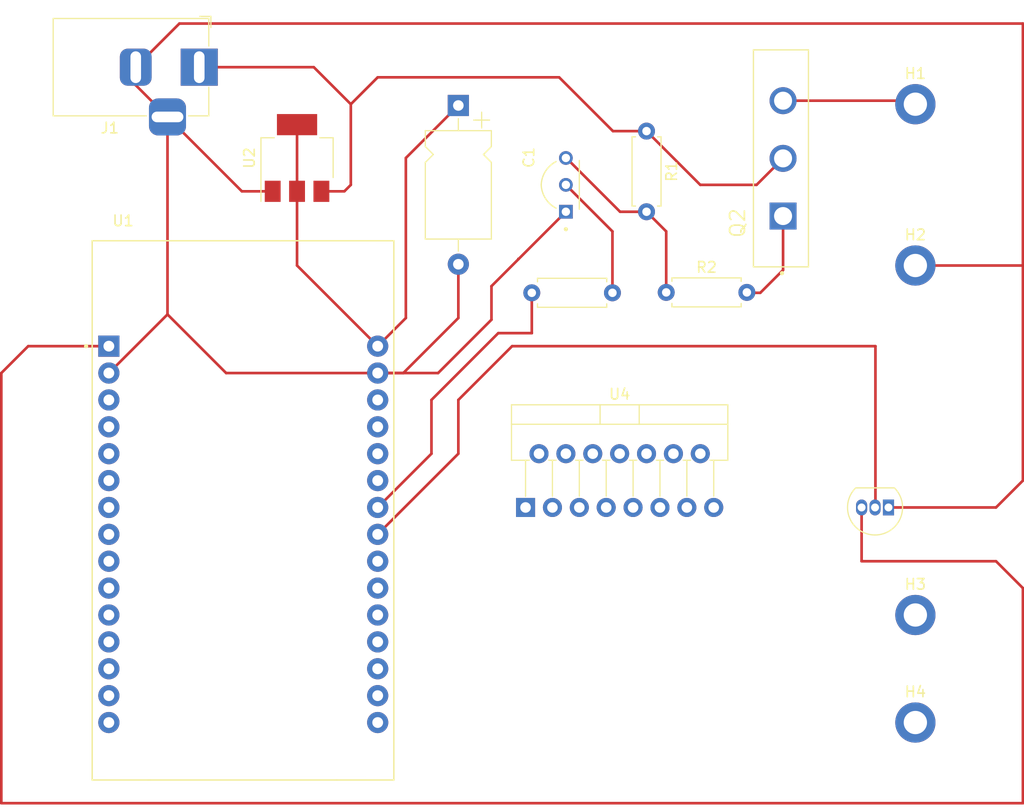
<source format=kicad_pcb>
(kicad_pcb (version 20221018) (generator pcbnew)
  (layers (0 "F.Cu" signal) (31 "B.Cu" signal) (34 "B.Paste" user) (35 "F.Paste" user) (36 "B.SilkS" user "B.Silkscreen") (37 "F.SilkS" user "F.Silkscreen") (38 "B.Mask" user) (39 "F.Mask" user) (44 "Edge.Cuts" user))
  (net 0 "")
  (net 1 "Net-(U2-VI)")
  (net 2 "Net-(Q1-Pad2)")
  (net 3 "Net-(Q1-Pad3)")
  (net 4 "Net-(Q2-Pad1)")
  (net 15 "Net-(U1-VIN)")
  (net 27 "Net-(U1-3V3)")
  (net 28 "Net-(H1-Pad1)")
  (net 29 "GND")
  (net 30 "Hot")
  (net 47 "Net-(U1-D25)")
  (net 48 "Net-(U4-OUT1)")
  (net 49 "Net-(U4-OUT2)")
  (footprint "2N2222A:TO92254P470H750-3" (layer "F.Cu") (at 86.57 58.42 90)
    (fp_text reference "Q1" hide)
    (fp_text value "2N2222A")
    (fp_line (start -2.3 3.6) (end 2.3 3.6) (stroke (width 0.127)) (layer "F.SilkS"))
    (fp_arc (start -2.2 1.4) (mid -1.287564 0.405256) (end 0 0) (stroke (width 0.127)) (layer "F.SilkS"))
    (fp_arc (start 0 0) (mid 1.287564 0.405256) (end 2.2 1.4) (stroke (width 0.127)) (layer "F.SilkS"))
    (fp_circle (center -4.189 2.33) (end -4.089 2.33) (stroke (width 0.2)) (fill none) (layer "F.SilkS"))
    (pad "1" thru_hole rect (at -2.54 2.33 90) (size 1.298 1.298) (drill 0.79) (layers "*.Cu" "*.Mask") (net 29 "GND"))
    (pad "2" thru_hole circle (at 0 2.33 90) (size 1.298 1.298) (drill 0.79) (layers "*.Cu" "*.Mask") (net 2 "Net-(Q1-Pad2)"))
    (pad "3" thru_hole circle (at 2.54 2.33 90) (size 1.298 1.298) (drill 0.79) (layers "*.Cu" "*.Mask") (net 3 "Net-(Q1-Pad3)"))
  )
  (footprint "Capacitor_THT:CP_Axial_L10.0mm_D6.0mm_P15.00mm_Horizontal" (layer "F.Cu") (at 78.74 50.92 -90)
    (fp_text reference "C1" (at 4.920674 -6.66 90) (layer "F.SilkS"))
    (fp_text value "C_Polarized_Small_US")
    (fp_line (start 0.63 -2.2) (end 2.13 -2.2) (stroke (width 0.12)) (layer "F.SilkS"))
    (fp_line (start 1.24 0) (end 2.38 0) (stroke (width 0.12)) (layer "F.SilkS"))
    (fp_line (start 1.38 -2.95) (end 1.38 -1.45) (stroke (width 0.12)) (layer "F.SilkS"))
    (fp_line (start 2.38 -3.12) (end 2.38 3.12) (stroke (width 0.12)) (layer "F.SilkS"))
    (fp_line (start 2.38 -3.12) (end 3.88 -3.12) (stroke (width 0.12)) (layer "F.SilkS"))
    (fp_line (start 2.38 3.12) (end 3.88 3.12) (stroke (width 0.12)) (layer "F.SilkS"))
    (fp_line (start 3.88 -3.12) (end 4.63 -2.37) (stroke (width 0.12)) (layer "F.SilkS"))
    (fp_line (start 3.88 3.12) (end 4.63 2.37) (stroke (width 0.12)) (layer "F.SilkS"))
    (fp_line (start 4.63 -2.37) (end 5.38 -3.12) (stroke (width 0.12)) (layer "F.SilkS"))
    (fp_line (start 4.63 2.37) (end 5.38 3.12) (stroke (width 0.12)) (layer "F.SilkS"))
    (fp_line (start 5.38 -3.12) (end 12.62 -3.12) (stroke (width 0.12)) (layer "F.SilkS"))
    (fp_line (start 5.38 3.12) (end 12.62 3.12) (stroke (width 0.12)) (layer "F.SilkS"))
    (fp_line (start 12.62 -3.12) (end 12.62 3.12) (stroke (width 0.12)) (layer "F.SilkS"))
    (fp_line (start 13.76 0) (end 12.62 0) (stroke (width 0.12)) (layer "F.SilkS"))
    (pad "1" thru_hole rect (at 0 0 270) (size 2 2) (drill 1) (layers "*.Cu" "*.Mask") (net 15 "Net-(U1-VIN)"))
    (pad "2" thru_hole oval (at 15 0 270) (size 2 2) (drill 1) (layers "*.Cu" "*.Mask") (net 29 "GND"))
  )
  (footprint "Package_TO_SOT_SMD:SOT-223-3_TabPin2" (layer "F.Cu") (at 63.5 55.88 90)
    (fp_text reference "U2" (at 0 -4.5 90) (layer "F.SilkS"))
    (fp_text value "AMS1117")
    (fp_line (start -4.1 -3.41) (end 1.91 -3.41) (stroke (width 0.12)) (layer "F.SilkS"))
    (fp_line (start -1.85 3.41) (end 1.91 3.41) (stroke (width 0.12)) (layer "F.SilkS"))
    (fp_line (start 1.91 -3.41) (end 1.91 -2.15) (stroke (width 0.12)) (layer "F.SilkS"))
    (fp_line (start 1.91 3.41) (end 1.91 2.15) (stroke (width 0.12)) (layer "F.SilkS"))
    (pad "1" smd rect (at -3.15 -2.3 90) (size 2 1.5) (layers "F.Cu" "F.Paste" "F.Mask") (net 29 "GND"))
    (pad "2" smd rect (at -3.15 0 90) (size 2 1.5) (layers "F.Cu" "F.Paste" "F.Mask") (net 15 "Net-(U1-VIN)"))
    (pad "2" smd rect (at 3.15 0 90) (size 2 3.8) (layers "F.Cu" "F.Paste" "F.Mask") (net 15 "Net-(U1-VIN)"))
    (pad "3" smd rect (at -3.15 2.3 90) (size 2 1.5) (layers "F.Cu" "F.Paste" "F.Mask") (net 1 "Net-(U2-VI)"))
  )
  (footprint "2SA1943-O_Q__2SC5200-O_Q_:TO545P2050X520X2900-3" (layer "F.Cu") (at 109.42 61.367529 90)
    (fp_text reference "Q2" (at -0.655815 -4.294245 90) (layer "F.SilkS") (effects (font (size 1.401709 1.401709))))
    (fp_text value "2SA1943")
    (fp_line (start -4.8 -2.8) (end 15.7 -2.8) (stroke (width 0.127)) (layer "F.SilkS"))
    (fp_line (start -4.8 2.4) (end -4.8 -2.8) (stroke (width 0.127)) (layer "F.SilkS"))
    (fp_line (start 15.7 -2.8) (end 15.7 2.4) (stroke (width 0.127)) (layer "F.SilkS"))
    (fp_line (start 15.7 2.4) (end -4.8 2.4) (stroke (width 0.127)) (layer "F.SilkS"))
    (fp_circle (center -5.4 -0.1) (end -5.3 -0.1) (stroke (width 0.2)) (fill none) (layer "F.SilkS"))
    (pad "1" thru_hole rect (at 0 0 90) (size 2.55 2.55) (drill 1.7) (layers "*.Cu" "*.Mask") (net 4 "Net-(Q2-Pad1)"))
    (pad "2" thru_hole circle (at 5.45 0 90) (size 2.55 2.55) (drill 1.7) (layers "*.Cu" "*.Mask") (net 1 "Net-(U2-VI)"))
    (pad "3" thru_hole circle (at 10.9 0 90) (size 2.55 2.55) (drill 1.7) (layers "*.Cu" "*.Mask") (net 28 "Net-(H1-Pad1)"))
  )
  (footprint "Package_TO_SOT_THT:TO-220-15_P2.54x2.54mm_StaggerOdd_Lead4.58mm_Vertical" (layer "F.Cu") (at 85.09 88.9)
    (fp_text reference "U4" (at 8.89 -10.7) (layer "F.SilkS"))
    (fp_text value "L298N")
    (fp_line (start -1.33 -9.7) (end -1.33 -4.459) (stroke (width 0.12)) (layer "F.SilkS"))
    (fp_line (start -1.33 -9.7) (end 19.11 -9.7) (stroke (width 0.12)) (layer "F.SilkS"))
    (fp_line (start -1.33 -7.86) (end 19.11 -7.86) (stroke (width 0.12)) (layer "F.SilkS"))
    (fp_line (start -1.33 -4.459) (end 0.346 -4.459) (stroke (width 0.12)) (layer "F.SilkS"))
    (fp_line (start 0 -4.459) (end 0 -1.05) (stroke (width 0.12)) (layer "F.SilkS"))
    (fp_line (start 2.195 -4.459) (end 2.886 -4.459) (stroke (width 0.12)) (layer "F.SilkS"))
    (fp_line (start 2.54 -4.459) (end 2.54 -1.065) (stroke (width 0.12)) (layer "F.SilkS"))
    (fp_line (start 4.735 -4.459) (end 5.426 -4.459) (stroke (width 0.12)) (layer "F.SilkS"))
    (fp_line (start 5.08 -4.459) (end 5.08 -1.065) (stroke (width 0.12)) (layer "F.SilkS"))
    (fp_line (start 7.041 -9.7) (end 7.041 -7.86) (stroke (width 0.12)) (layer "F.SilkS"))
    (fp_line (start 7.275 -4.459) (end 7.966 -4.459) (stroke (width 0.12)) (layer "F.SilkS"))
    (fp_line (start 7.62 -4.459) (end 7.62 -1.065) (stroke (width 0.12)) (layer "F.SilkS"))
    (fp_line (start 9.815 -4.459) (end 10.506 -4.459) (stroke (width 0.12)) (layer "F.SilkS"))
    (fp_line (start 10.16 -4.459) (end 10.16 -1.065) (stroke (width 0.12)) (layer "F.SilkS"))
    (fp_line (start 10.74 -9.7) (end 10.74 -7.86) (stroke (width 0.12)) (layer "F.SilkS"))
    (fp_line (start 12.355 -4.459) (end 13.046 -4.459) (stroke (width 0.12)) (layer "F.SilkS"))
    (fp_line (start 12.7 -4.459) (end 12.7 -1.065) (stroke (width 0.12)) (layer "F.SilkS"))
    (fp_line (start 14.895 -4.459) (end 15.586 -4.459) (stroke (width 0.12)) (layer "F.SilkS"))
    (fp_line (start 15.24 -4.459) (end 15.24 -1.065) (stroke (width 0.12)) (layer "F.SilkS"))
    (fp_line (start 17.435 -4.459) (end 19.11 -4.459) (stroke (width 0.12)) (layer "F.SilkS"))
    (fp_line (start 17.78 -4.459) (end 17.78 -1.065) (stroke (width 0.12)) (layer "F.SilkS"))
    (fp_line (start 19.11 -9.7) (end 19.11 -4.459) (stroke (width 0.12)) (layer "F.SilkS"))
    (pad "1" thru_hole rect (at 0 0) (size 1.8 1.8) (drill 1) (layers "*.Cu" "*.Mask"))
    (pad "2" thru_hole oval (at 1.27 -5.08) (size 1.8 1.8) (drill 1) (layers "*.Cu" "*.Mask") (net 48 "Net-(U4-OUT1)"))
    (pad "3" thru_hole oval (at 2.54 0) (size 1.8 1.8) (drill 1) (layers "*.Cu" "*.Mask") (net 49 "Net-(U4-OUT2)"))
    (pad "4" thru_hole oval (at 3.81 -5.08) (size 1.8 1.8) (drill 1) (layers "*.Cu" "*.Mask"))
    (pad "5" thru_hole oval (at 5.08 0) (size 1.8 1.8) (drill 1) (layers "*.Cu" "*.Mask"))
    (pad "6" thru_hole oval (at 6.35 -5.08) (size 1.8 1.8) (drill 1) (layers "*.Cu" "*.Mask"))
    (pad "7" thru_hole oval (at 7.62 0) (size 1.8 1.8) (drill 1) (layers "*.Cu" "*.Mask"))
    (pad "8" thru_hole oval (at 8.89 -5.08) (size 1.8 1.8) (drill 1) (layers "*.Cu" "*.Mask"))
    (pad "9" thru_hole oval (at 10.16 0) (size 1.8 1.8) (drill 1) (layers "*.Cu" "*.Mask"))
    (pad "10" thru_hole oval (at 11.43 -5.08) (size 1.8 1.8) (drill 1) (layers "*.Cu" "*.Mask"))
    (pad "11" thru_hole oval (at 12.7 0) (size 1.8 1.8) (drill 1) (layers "*.Cu" "*.Mask"))
    (pad "12" thru_hole oval (at 13.97 -5.08) (size 1.8 1.8) (drill 1) (layers "*.Cu" "*.Mask"))
    (pad "13" thru_hole oval (at 15.24 0) (size 1.8 1.8) (drill 1) (layers "*.Cu" "*.Mask"))
    (pad "14" thru_hole oval (at 16.51 -5.08) (size 1.8 1.8) (drill 1) (layers "*.Cu" "*.Mask"))
    (pad "15" thru_hole oval (at 17.78 0) (size 1.8 1.8) (drill 1) (layers "*.Cu" "*.Mask"))
  )
  (footprint "Package_TO_SOT_THT:TO-92_Inline" (layer "F.Cu") (at 119.38 88.9 180)
    (fp_text reference "U3" hide)
    (fp_text value "DS18B20")
    (fp_line (start -0.53 1.85) (end 3.07 1.85) (stroke (width 0.12)) (layer "F.SilkS"))
    (fp_arc (start -0.568478 1.838478) (mid -1.132087 -0.994977) (end 1.27 -2.6) (stroke (width 0.12)) (layer "F.SilkS"))
    (fp_arc (start 1.27 -2.6) (mid 3.672087 -0.994977) (end 3.108478 1.838478) (stroke (width 0.12)) (layer "F.SilkS"))
    (pad "1" thru_hole rect (at 0 0 180) (size 1.05 1.5) (drill 0.75) (layers "*.Cu" "*.Mask") (net 29 "GND"))
    (pad "2" thru_hole oval (at 1.27 0 180) (size 1.05 1.5) (drill 0.75) (layers "*.Cu" "*.Mask") (net 47 "Net-(U1-D25)"))
    (pad "3" thru_hole oval (at 2.54 0 180) (size 1.05 1.5) (drill 0.75) (layers "*.Cu" "*.Mask") (net 27 "Net-(U1-3V3)"))
  )
  (footprint "MountingHole:MountingHole_2.2mm_M2_DIN965_Pad_TopBottom" (layer "F.Cu") (at 121.92 109.22)
    (fp_text reference "H4" (at 0 -2.9) (layer "F.SilkS"))
    (fp_text value "~")
    (pad "1" thru_hole circle (at 0 0) (size 2.6 2.6) (drill 2.2) (layers "*.Cu" "*.Mask") (net 49 "Net-(U4-OUT2)"))
    (pad "1" connect circle (at 0 0) (size 3.8 3.8) (layers "F.Cu" "F.Mask") (net 49 "Net-(U4-OUT2)"))
    (pad "1" connect circle (at 0 0) (size 3.8 3.8) (layers "B.Cu" "B.Mask") (net 49 "Net-(U4-OUT2)"))
  )
  (footprint "Connector_BarrelJack:BarrelJack_Horizontal" (layer "F.Cu") (at 54.26 47.3025)
    (fp_text reference "J1" (at -8.45 5.75) (layer "F.SilkS"))
    (fp_text value "Barrel_Jack_Switch")
    (fp_line (start -13.8 -4.6) (end 0.9 -4.6) (stroke (width 0.12)) (layer "F.SilkS"))
    (fp_line (start -13.8 4.6) (end -13.8 -4.6) (stroke (width 0.12)) (layer "F.SilkS"))
    (fp_line (start -5 4.6) (end -13.8 4.6) (stroke (width 0.12)) (layer "F.SilkS"))
    (fp_line (start 0.05 -4.8) (end 1.1 -4.8) (stroke (width 0.12)) (layer "F.SilkS"))
    (fp_line (start 0.9 -4.6) (end 0.9 -2) (stroke (width 0.12)) (layer "F.SilkS"))
    (fp_line (start 0.9 1.9) (end 0.9 4.6) (stroke (width 0.12)) (layer "F.SilkS"))
    (fp_line (start 0.9 4.6) (end -1 4.6) (stroke (width 0.12)) (layer "F.SilkS"))
    (fp_line (start 1.1 -3.75) (end 1.1 -4.8) (stroke (width 0.12)) (layer "F.SilkS"))
    (pad "1" thru_hole rect (at 0 0) (size 3.5 3.5) (drill oval 1 3) (layers "*.Cu" "*.Mask") (net 1 "Net-(U2-VI)"))
    (pad "2" thru_hole roundrect (at -6 0) (size 3 3.5) (drill oval 1 3) (layers "*.Cu" "*.Mask") (net 29 "GND"))
    (pad "3" thru_hole roundrect (at -3 4.7) (size 3.5 3.5) (drill oval 3 1) (layers "*.Cu" "*.Mask") (net 29 "GND"))
  )
  (footprint "Resistor_THT:R_Axial_DIN0207_L6.3mm_D2.5mm_P7.62mm_Horizontal" (layer "F.Cu") (at 98.379521 68.58)
    (fp_text reference "R2" (at 3.81 -2.37) (layer "F.SilkS"))
    (fp_text value "10k")
    (fp_line (start 0.54 -1.37) (end 7.08 -1.37) (stroke (width 0.12)) (layer "F.SilkS"))
    (fp_line (start 0.54 -1.04) (end 0.54 -1.37) (stroke (width 0.12)) (layer "F.SilkS"))
    (fp_line (start 0.54 1.04) (end 0.54 1.37) (stroke (width 0.12)) (layer "F.SilkS"))
    (fp_line (start 0.54 1.37) (end 7.08 1.37) (stroke (width 0.12)) (layer "F.SilkS"))
    (fp_line (start 7.08 -1.37) (end 7.08 -1.04) (stroke (width 0.12)) (layer "F.SilkS"))
    (fp_line (start 7.08 1.37) (end 7.08 1.04) (stroke (width 0.12)) (layer "F.SilkS"))
    (pad "1" thru_hole circle (at 0 0) (size 1.6 1.6) (drill 0.8) (layers "*.Cu" "*.Mask") (net 3 "Net-(Q1-Pad3)"))
    (pad "2" thru_hole oval (at 7.62 0) (size 1.6 1.6) (drill 0.8) (layers "*.Cu" "*.Mask") (net 4 "Net-(Q2-Pad1)"))
  )
  (footprint "MountingHole:MountingHole_2.2mm_M2_DIN965_Pad" (layer "F.Cu") (at 121.92 66.04)
    (fp_text reference "H2" (at 0 -2.9) (layer "F.SilkS"))
    (fp_text value "~")
    (pad "1" thru_hole circle (at 0 0) (size 3.8 3.8) (drill 2.2) (layers "*.Cu" "*.Mask") (net 29 "GND"))
  )
  (footprint "Resistor_THT:R_Axial_DIN0207_L6.3mm_D2.5mm_P7.62mm_Horizontal" (layer "F.Cu") (at 85.679521 68.619326)
    (fp_text reference "R3" hide)
    (fp_text value "1k")
    (fp_line (start 0.54 -1.37) (end 7.08 -1.37) (stroke (width 0.12)) (layer "F.SilkS"))
    (fp_line (start 0.54 -1.04) (end 0.54 -1.37) (stroke (width 0.12)) (layer "F.SilkS"))
    (fp_line (start 0.54 1.04) (end 0.54 1.37) (stroke (width 0.12)) (layer "F.SilkS"))
    (fp_line (start 0.54 1.37) (end 7.08 1.37) (stroke (width 0.12)) (layer "F.SilkS"))
    (fp_line (start 7.08 -1.37) (end 7.08 -1.04) (stroke (width 0.12)) (layer "F.SilkS"))
    (fp_line (start 7.08 1.37) (end 7.08 1.04) (stroke (width 0.12)) (layer "F.SilkS"))
    (pad "1" thru_hole circle (at 0 0) (size 1.6 1.6) (drill 0.8) (layers "*.Cu" "*.Mask") (net 30 "Hot"))
    (pad "2" thru_hole oval (at 7.62 0) (size 1.6 1.6) (drill 0.8) (layers "*.Cu" "*.Mask") (net 2 "Net-(Q1-Pad2)"))
  )
  (footprint "Resistor_THT:R_Axial_DIN0207_L6.3mm_D2.5mm_P7.62mm_Horizontal" (layer "F.Cu") (at 96.52 53.341919 -90)
    (fp_text reference "R1" (at 3.81 -2.37 90) (layer "F.SilkS"))
    (fp_text value "20k")
    (fp_line (start 0.54 -1.37) (end 7.08 -1.37) (stroke (width 0.12)) (layer "F.SilkS"))
    (fp_line (start 0.54 -1.04) (end 0.54 -1.37) (stroke (width 0.12)) (layer "F.SilkS"))
    (fp_line (start 0.54 1.04) (end 0.54 1.37) (stroke (width 0.12)) (layer "F.SilkS"))
    (fp_line (start 0.54 1.37) (end 7.08 1.37) (stroke (width 0.12)) (layer "F.SilkS"))
    (fp_line (start 7.08 -1.37) (end 7.08 -1.04) (stroke (width 0.12)) (layer "F.SilkS"))
    (fp_line (start 7.08 1.37) (end 7.08 1.04) (stroke (width 0.12)) (layer "F.SilkS"))
    (pad "1" thru_hole circle (at 0 0 270) (size 1.6 1.6) (drill 0.8) (layers "*.Cu" "*.Mask") (net 1 "Net-(U2-VI)"))
    (pad "2" thru_hole oval (at 7.62 0 270) (size 1.6 1.6) (drill 0.8) (layers "*.Cu" "*.Mask") (net 3 "Net-(Q1-Pad3)"))
  )
  (footprint "MountingHole:MountingHole_2.2mm_M2_DIN965_Pad_TopBottom" (layer "F.Cu") (at 121.92 99.06)
    (fp_text reference "H3" (at 0 -2.9) (layer "F.SilkS"))
    (fp_text value "~")
    (pad "1" thru_hole circle (at 0 0) (size 2.6 2.6) (drill 2.2) (layers "*.Cu" "*.Mask") (net 48 "Net-(U4-OUT1)"))
    (pad "1" connect circle (at 0 0) (size 3.8 3.8) (layers "F.Cu" "F.Mask") (net 48 "Net-(U4-OUT1)"))
    (pad "1" connect circle (at 0 0) (size 3.8 3.8) (layers "B.Cu" "B.Mask") (net 48 "Net-(U4-OUT1)"))
  )
  (footprint "esp32:MODULE_ESP32_DEVKIT_V1" (layer "F.Cu") (at 58.42 89.175)
    (fp_text reference "U1" (at -11.355 -27.36) (layer "F.SilkS"))
    (fp_text value "ESP32-DEVKIT-V1")
    (fp_line (start -14.28 -25.475) (end -3.211 -25.475) (stroke (width 0.127)) (layer "F.SilkS"))
    (fp_line (start -14.28 -25.475) (end 14.23 -25.475) (stroke (width 0.127)) (layer "F.SilkS"))
    (fp_line (start -14.28 25.475) (end -14.28 -25.475) (stroke (width 0.127)) (layer "F.SilkS"))
    (fp_line (start -14.28 25.475) (end -14.28 -25.475) (stroke (width 0.127)) (layer "F.SilkS"))
    (fp_line (start -14.28 25.475) (end -8.91 25.475) (stroke (width 0.127)) (layer "F.SilkS"))
    (fp_line (start -8.91 25.475) (end 8.78 25.475) (stroke (width 0.127)) (layer "F.SilkS"))
    (fp_line (start -3.211 -25.475) (end 3.5 -25.475) (stroke (width 0.127)) (layer "F.SilkS"))
    (fp_line (start 3.5 -25.475) (end 14.23 -25.475) (stroke (width 0.127)) (layer "F.SilkS"))
    (fp_line (start 8.78 25.475) (end 14.23 25.475) (stroke (width 0.127)) (layer "F.SilkS"))
    (fp_line (start 14.23 -25.475) (end 14.23 25.475) (stroke (width 0.127)) (layer "F.SilkS"))
    (fp_line (start 14.23 -25.475) (end 14.23 25.475) (stroke (width 0.127)) (layer "F.SilkS"))
    (fp_line (start 14.23 25.475) (end -14.28 25.475) (stroke (width 0.127)) (layer "F.SilkS"))
    (fp_circle (center -14.85 -15.515) (end -14.75 -15.515) (stroke (width 0.2)) (fill none) (layer "F.SilkS"))
    (pad "" np_thru_hole circle (at -12.28 -23.475) (size 3 3) (drill 3) (layers "*.Cu" "*.Mask"))
    (pad "" np_thru_hole circle (at -12.28 23.475) (size 3 3) (drill 3) (layers "*.Cu" "*.Mask"))
    (pad "" np_thru_hole circle (at 12.23 -23.475) (size 3 3) (drill 3) (layers "*.Cu" "*.Mask"))
    (pad "" np_thru_hole circle (at 12.23 23.475) (size 3 3) (drill 3) (layers "*.Cu" "*.Mask"))
    (pad "1" thru_hole rect (at -12.7 -15.515) (size 2 2) (drill 1.02) (layers "*.Cu" "*.Mask") (net 27 "Net-(U1-3V3)"))
    (pad "2" thru_hole circle (at -12.7 -12.975) (size 2 2) (drill 1.02) (layers "*.Cu" "*.Mask") (net 29 "GND"))
    (pad "3" thru_hole circle (at -12.7 -10.435) (size 2 2) (drill 1.02) (layers "*.Cu" "*.Mask"))
    (pad "4" thru_hole circle (at -12.7 -7.895) (size 2 2) (drill 1.02) (layers "*.Cu" "*.Mask"))
    (pad "5" thru_hole circle (at -12.7 -5.355) (size 2 2) (drill 1.02) (layers "*.Cu" "*.Mask"))
    (pad "6" thru_hole circle (at -12.7 -2.815) (size 2 2) (drill 1.02) (layers "*.Cu" "*.Mask"))
    (pad "7" thru_hole circle (at -12.7 -0.275) (size 2 2) (drill 1.02) (layers "*.Cu" "*.Mask"))
    (pad "8" thru_hole circle (at -12.7 2.265) (size 2 2) (drill 1.02) (layers "*.Cu" "*.Mask"))
    (pad "9" thru_hole circle (at -12.7 4.805) (size 2 2) (drill 1.02) (layers "*.Cu" "*.Mask"))
    (pad "10" thru_hole circle (at -12.7 7.345) (size 2 2) (drill 1.02) (layers "*.Cu" "*.Mask"))
    (pad "11" thru_hole circle (at -12.7 9.885) (size 2 2) (drill 1.02) (layers "*.Cu" "*.Mask"))
    (pad "12" thru_hole circle (at -12.7 12.425) (size 2 2) (drill 1.02) (layers "*.Cu" "*.Mask"))
    (pad "13" thru_hole circle (at -12.7 14.965) (size 2 2) (drill 1.02) (layers "*.Cu" "*.Mask"))
    (pad "14" thru_hole circle (at -12.7 17.505) (size 2 2) (drill 1.02) (layers "*.Cu" "*.Mask"))
    (pad "15" thru_hole circle (at -12.7 20.045) (size 2 2) (drill 1.02) (layers "*.Cu" "*.Mask"))
    (pad "16" thru_hole circle (at 12.7 20.045) (size 2 2) (drill 1.02) (layers "*.Cu" "*.Mask"))
    (pad "17" thru_hole circle (at 12.7 17.505) (size 2 2) (drill 1.02) (layers "*.Cu" "*.Mask"))
    (pad "18" thru_hole circle (at 12.7 14.965) (size 2 2) (drill 1.02) (layers "*.Cu" "*.Mask"))
    (pad "19" thru_hole circle (at 12.7 12.425) (size 2 2) (drill 1.02) (layers "*.Cu" "*.Mask"))
    (pad "20" thru_hole circle (at 12.7 9.885) (size 2 2) (drill 1.02) (layers "*.Cu" "*.Mask"))
    (pad "21" thru_hole circle (at 12.7 7.345) (size 2 2) (drill 1.02) (layers "*.Cu" "*.Mask"))
    (pad "22" thru_hole circle (at 12.7 4.805) (size 2 2) (drill 1.02) (layers "*.Cu" "*.Mask"))
    (pad "23" thru_hole circle (at 12.7 2.265) (size 2 2) (drill 1.02) (layers "*.Cu" "*.Mask") (net 47 "Net-(U1-D25)"))
    (pad "24" thru_hole circle (at 12.7 -0.275) (size 2 2) (drill 1.02) (layers "*.Cu" "*.Mask") (net 30 "Hot"))
    (pad "25" thru_hole circle (at 12.7 -2.815) (size 2 2) (drill 1.02) (layers "*.Cu" "*.Mask"))
    (pad "26" thru_hole circle (at 12.7 -5.355) (size 2 2) (drill 1.02) (layers "*.Cu" "*.Mask"))
    (pad "27" thru_hole circle (at 12.7 -7.895) (size 2 2) (drill 1.02) (layers "*.Cu" "*.Mask"))
    (pad "28" thru_hole circle (at 12.7 -10.435) (size 2 2) (drill 1.02) (layers "*.Cu" "*.Mask"))
    (pad "29" thru_hole circle (at 12.7 -12.975) (size 2 2) (drill 1.02) (layers "*.Cu" "*.Mask") (net 29 "GND"))
    (pad "30" thru_hole circle (at 12.7 -15.515) (size 2 2) (drill 1.02) (layers "*.Cu" "*.Mask") (net 15 "Net-(U1-VIN)"))
  )
  (footprint "MountingHole:MountingHole_2.2mm_M2_DIN965_Pad" (layer "F.Cu") (at 121.92 50.8)
    (fp_text reference "H1" (at 0 -2.9) (layer "F.SilkS"))
    (fp_text value "~")
    (pad "1" thru_hole circle (at 0 0) (size 3.8 3.8) (drill 2.2) (layers "*.Cu" "*.Mask") (net 28 "Net-(H1-Pad1)"))
  )
  (segment (start 54.26 47.3025) (end 65.0825 47.3025) (width 0.25) (layer "F.Cu") (net 1))
  (segment (start 68.58 50.8) (end 68.58 58.42) (width 0.25) (layer "F.Cu") (net 1))
  (segment (start 96.52 53.341919) (end 101.598081 58.42) (width 0.25) (layer "F.Cu") (net 1))
  (segment (start 101.598081 58.42) (end 106.917529 58.42) (width 0.25) (layer "F.Cu") (net 1))
  (segment (start 88.262074 48.26) (end 71.12 48.26) (width 0.25) (layer "F.Cu") (net 1))
  (segment (start 93.343993 53.341919) (end 88.262074 48.26) (width 0.25) (layer "F.Cu") (net 1))
  (segment (start 67.97 59.03) (end 65.8 59.03) (width 0.25) (layer "F.Cu") (net 1))
  (segment (start 68.58 58.42) (end 67.97 59.03) (width 0.25) (layer "F.Cu") (net 1))
  (segment (start 106.917529 58.42) (end 109.42 55.917529) (width 0.25) (layer "F.Cu") (net 1))
  (segment (start 96.52 53.341919) (end 93.343993 53.341919) (width 0.25) (layer "F.Cu") (net 1))
  (segment (start 71.12 48.26) (end 68.58 50.8) (width 0.25) (layer "F.Cu") (net 1))
  (segment (start 65.0825 47.3025) (end 68.58 50.8) (width 0.25) (layer "F.Cu") (net 1))
  (segment (start 88.9 58.42) (end 93.299521 62.819521) (width 0.25) (layer "F.Cu") (net 2))
  (segment (start 93.299521 62.819521) (end 93.299521 68.619326) (width 0.25) (layer "F.Cu") (net 2))
  (segment (start 98.379521 62.82144) (end 96.52 60.961919) (width 0.25) (layer "F.Cu") (net 3))
  (segment (start 88.9 55.840674) (end 94.021245 60.961919) (width 0.25) (layer "F.Cu") (net 3))
  (segment (start 94.021245 60.961919) (end 96.52 60.961919) (width 0.25) (layer "F.Cu") (net 3))
  (segment (start 98.379521 68.58) (end 98.379521 62.82144) (width 0.25) (layer "F.Cu") (net 3))
  (segment (start 109.42 66.468847) (end 109.42 61.367529) (width 0.25) (layer "F.Cu") (net 4))
  (segment (start 107.269521 68.619326) (end 109.42 66.468847) (width 0.25) (layer "F.Cu") (net 4))
  (segment (start 105.999521 68.619326) (end 107.269521 68.619326) (width 0.25) (layer "F.Cu") (net 4))
  (segment (start 63.5 59.03) (end 63.5 66.04) (width 0.25) (layer "F.Cu") (net 15))
  (segment (start 63.5 66.04) (end 71.12 73.66) (width 0.25) (layer "F.Cu") (net 15))
  (segment (start 63.5 52.73) (end 63.5 59.03) (width 0.25) (layer "F.Cu") (net 15))
  (segment (start 78.74 50.92) (end 73.78 55.88) (width 0.25) (layer "F.Cu") (net 15))
  (segment (start 73.78 55.88) (end 73.78 71) (width 0.25) (layer "F.Cu") (net 15))
  (segment (start 73.78 71) (end 71.12 73.66) (width 0.25) (layer "F.Cu") (net 15))
  (segment (start 132.08 96.52) (end 132.08 116.84) (width 0.25) (layer "F.Cu") (net 27))
  (segment (start 132.08 116.84) (end 35.56 116.84) (width 0.25) (layer "F.Cu") (net 27))
  (segment (start 38.1 73.66) (end 45.72 73.66) (width 0.25) (layer "F.Cu") (net 27))
  (segment (start 116.84 93.98) (end 129.54 93.98) (width 0.25) (layer "F.Cu") (net 27))
  (segment (start 129.54 93.98) (end 132.08 96.52) (width 0.25) (layer "F.Cu") (net 27))
  (segment (start 35.56 116.84) (end 35.56 76.2) (width 0.25) (layer "F.Cu") (net 27))
  (segment (start 116.84 88.9) (end 116.84 93.98) (width 0.25) (layer "F.Cu") (net 27))
  (segment (start 35.56 76.2) (end 38.1 73.66) (width 0.25) (layer "F.Cu") (net 27))
  (segment (start 121.92 50.06) (end 121.92 50.8) (width 0.25) (layer "F.Cu") (net 28))
  (segment (start 109.42 50.467529) (end 121.587529 50.467529) (width 0.25) (layer "F.Cu") (net 28))
  (segment (start 121.587529 50.467529) (end 121.92 50.8) (width 0.25) (layer "F.Cu") (net 28))
  (segment (start 51.26 52.0025) (end 58.2875 59.03) (width 0.25) (layer "F.Cu") (net 29))
  (segment (start 51.26 52.0025) (end 51.26 70.66) (width 0.25) (layer "F.Cu") (net 29))
  (segment (start 56.8 76.2) (end 51.26 70.66) (width 0.25) (layer "F.Cu") (net 29))
  (segment (start 84.409521 65.411153) (end 84.409521 65.450479) (width 0.25) (layer "F.Cu") (net 29))
  (segment (start 73.54 76.2) (end 71.12 76.2) (width 0.25) (layer "F.Cu") (net 29))
  (segment (start 129.54 88.9) (end 132.08 86.36) (width 0.25) (layer "F.Cu") (net 29))
  (segment (start 48.26 47.3025) (end 48.26 49.0025) (width 0.25) (layer "F.Cu") (net 29))
  (segment (start 81.869521 71.159326) (end 81.869521 67.990479) (width 0.25) (layer "F.Cu") (net 29))
  (segment (start 78.74 65.92) (end 78.74 71) (width 0.25) (layer "F.Cu") (net 29))
  (segment (start 132.08 66.04) (end 132.08 43.18) (width 0.25) (layer "F.Cu") (net 29))
  (segment (start 132.08 86.36) (end 132.08 66.04) (width 0.25) (layer "F.Cu") (net 29))
  (segment (start 48.26 49.0025) (end 51.26 52.0025) (width 0.25) (layer "F.Cu") (net 29))
  (segment (start 88.9 60.96) (end 81.869521 67.990479) (width 0.25) (layer "F.Cu") (net 29))
  (segment (start 76.828847 76.2) (end 81.869521 71.159326) (width 0.25) (layer "F.Cu") (net 29))
  (segment (start 121.92 66.04) (end 132.08 66.04) (width 0.25) (layer "F.Cu") (net 29))
  (segment (start 51.26 70.66) (end 45.72 76.2) (width 0.25) (layer "F.Cu") (net 29))
  (segment (start 132.08 43.18) (end 52.3825 43.18) (width 0.25) (layer "F.Cu") (net 29))
  (segment (start 78.74 71) (end 73.54 76.2) (width 0.25) (layer "F.Cu") (net 29))
  (segment (start 71.12 76.2) (end 56.8 76.2) (width 0.25) (layer "F.Cu") (net 29))
  (segment (start 58.2875 59.03) (end 61.2 59.03) (width 0.25) (layer "F.Cu") (net 29))
  (segment (start 52.3825 43.18) (end 48.26 47.3025) (width 0.25) (layer "F.Cu") (net 29))
  (segment (start 119.38 88.9) (end 129.54 88.9) (width 0.25) (layer "F.Cu") (net 29))
  (segment (start 71.12 76.2) (end 76.828847 76.2) (width 0.25) (layer "F.Cu") (net 29))
  (segment (start 76.2 78.74) (end 76.2 83.82) (width 0.25) (layer "F.Cu") (net 30))
  (segment (start 85.679521 72.429326) (end 82.510674 72.429326) (width 0.25) (layer "F.Cu") (net 30))
  (segment (start 82.510674 72.429326) (end 76.2 78.74) (width 0.25) (layer "F.Cu") (net 30))
  (segment (start 85.679521 68.619326) (end 85.679521 72.429326) (width 0.25) (layer "F.Cu") (net 30))
  (segment (start 76.2 83.82) (end 71.12 88.9) (width 0.25) (layer "F.Cu") (net 30))
  (segment (start 118.147406 88.312594) (end 118.147406 73.66) (width 0.25) (layer "F.Cu") (net 47))
  (segment (start 83.82 73.66) (end 78.74 78.74) (width 0.25) (layer "F.Cu") (net 47))
  (segment (start 78.74 78.74) (end 78.74 83.82) (width 0.25) (layer "F.Cu") (net 47))
  (segment (start 118.147406 73.66) (end 83.82 73.66) (width 0.25) (layer "F.Cu") (net 47))
  (segment (start 118.11 88.35) (end 118.147406 88.312594) (width 0.25) (layer "F.Cu") (net 47))
  (segment (start 118.11 88.9) (end 118.11 88.35) (width 0.25) (layer "F.Cu") (net 47))
  (segment (start 78.74 83.82) (end 71.12 91.44) (width 0.25) (layer "F.Cu") (net 47))
)
</source>
